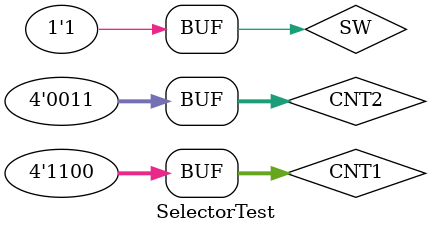
<source format=v>
`timescale 1ns / 1ps


module SelectorTest;

	// Inputs
	reg SW;
	reg [3:0] CNT1;
	reg [3:0] CNT2;

	// Outputs
	wire [3:0] CNT;

	// Instantiate the Unit Under Test (UUT)
	Selector uut (
		.SW(SW), 
		.CNT1(CNT1), 
		.CNT2(CNT2), 
		.CNT(CNT)
	);

	initial begin
		// Initialize Inputs
		SW = 0;
		CNT1 = 4'b1100;
		CNT2 = 4'b0011;

		// Wait 100 ns for global reset to finish
		#100;
		
		SW = 1;
		#100;
        
		// Add stimulus here

	end
      
endmodule


</source>
